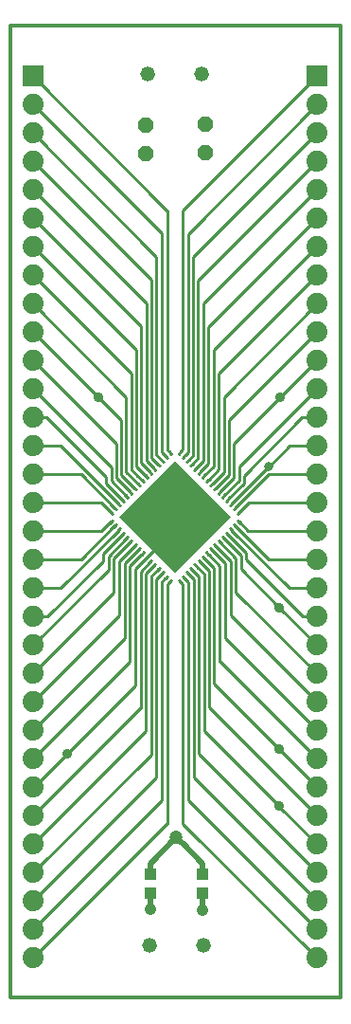
<source format=gtl>
G75*
G70*
%OFA0B0*%
%FSLAX24Y24*%
%IPPOS*%
%LPD*%
%AMOC8*
5,1,8,0,0,1.08239X$1,22.5*
%
%ADD10C,0.0120*%
%ADD11C,0.0520*%
%ADD12R,0.0394X0.0433*%
%ADD13OC8,0.0520*%
%ADD14C,0.0098*%
%ADD15R,0.2795X0.2795*%
%ADD16R,0.0740X0.0740*%
%ADD17C,0.0740*%
%ADD18C,0.0197*%
%ADD19C,0.0413*%
%ADD20C,0.0317*%
%ADD21C,0.0100*%
%ADD22C,0.0356*%
%ADD23C,0.0472*%
D10*
X000503Y000170D02*
X012157Y000170D01*
X012157Y034344D01*
X000503Y034344D01*
X000503Y000170D01*
X009619Y018850D02*
X009639Y018869D01*
X009991Y006903D02*
X009989Y006901D01*
D11*
X007303Y002015D03*
X005403Y002015D03*
X005358Y032642D03*
X007258Y032642D03*
D12*
X007288Y004535D03*
X007288Y003866D03*
X005442Y003850D03*
X005442Y004519D03*
D13*
X005280Y029869D03*
X005280Y030869D03*
X007392Y030870D03*
X007392Y029870D03*
D14*
X006596Y027857D02*
X011314Y032576D01*
X011314Y031576D02*
X006773Y027035D01*
X006773Y019344D01*
X006666Y019237D01*
X006664Y019237D01*
X006620Y019193D01*
X006620Y019192D01*
X006579Y019151D02*
X006661Y019233D01*
X006525Y019371D02*
X006596Y019442D01*
X006596Y027857D01*
X006034Y027867D02*
X006023Y027867D01*
X001314Y032576D01*
X001314Y031576D02*
X005846Y027044D01*
X005846Y019355D01*
X005968Y019233D01*
X005967Y019233D02*
X006049Y019151D01*
X006146Y019331D02*
X006034Y019442D01*
X006034Y027867D01*
X005660Y026233D02*
X005657Y026233D01*
X001314Y030576D01*
X001314Y029576D02*
X005483Y025407D01*
X005483Y019159D01*
X005729Y018913D01*
X005688Y018954D02*
X005770Y018872D01*
X005729Y018913D02*
X005729Y018913D01*
X005590Y018776D02*
X005550Y018816D01*
X005546Y018816D01*
X005306Y019056D01*
X005306Y024584D01*
X001314Y028576D01*
X001314Y027576D02*
X005117Y023773D01*
X005117Y018970D01*
X005451Y018636D01*
X005451Y018635D01*
X005410Y018676D02*
X005492Y018594D01*
X005631Y018733D02*
X005549Y018815D01*
X005590Y018776D02*
X005590Y018774D01*
X005869Y019053D02*
X005660Y019261D01*
X005660Y026233D01*
X004944Y022946D02*
X001314Y026576D01*
X001314Y025576D02*
X004767Y022123D01*
X004771Y022123D01*
X004771Y018753D01*
X004991Y018533D01*
X004995Y018533D01*
X005171Y018356D01*
X005173Y018356D01*
X005132Y018397D02*
X005214Y018315D01*
X005312Y018496D02*
X004944Y018863D01*
X004944Y022946D01*
X004597Y021292D02*
X001314Y024576D01*
X001314Y023576D02*
X003613Y021277D01*
X004416Y020474D01*
X004416Y018556D01*
X004853Y018119D01*
X004894Y018078D01*
X004853Y018119D02*
X004935Y018037D01*
X004796Y017898D02*
X004714Y017980D01*
X004754Y017939D02*
X004243Y018450D01*
X004243Y019647D01*
X001314Y022576D01*
X001314Y021576D02*
X004066Y018824D01*
X004066Y018348D01*
X004614Y017800D01*
X004616Y017800D01*
X004575Y017841D02*
X004657Y017759D01*
X004755Y017939D02*
X004754Y017939D01*
X004477Y017661D02*
X003885Y018253D01*
X003885Y018485D01*
X001798Y020572D01*
X001318Y020572D01*
X001314Y020576D01*
X001314Y019576D02*
X002283Y019576D01*
X004337Y017521D01*
X004337Y017521D01*
X004296Y017562D02*
X004378Y017480D01*
X004518Y017620D02*
X004436Y017702D01*
X004477Y017661D02*
X004477Y017661D01*
X004157Y017423D02*
X004239Y017341D01*
X004198Y017382D02*
X003038Y018540D01*
X003003Y018576D01*
X001314Y018576D01*
X001314Y017576D02*
X003727Y017576D01*
X004059Y017243D01*
X004018Y017284D02*
X004100Y017202D01*
X004100Y016950D02*
X004018Y016868D01*
X004059Y016909D02*
X003723Y016576D01*
X001314Y016576D01*
X001314Y015576D02*
X002897Y015580D01*
X003011Y015580D01*
X004198Y016770D01*
X004157Y016729D02*
X004239Y016811D01*
X004378Y016671D02*
X004296Y016589D01*
X004337Y016630D02*
X002279Y014576D01*
X001314Y014576D01*
X001314Y013576D02*
X001822Y013576D01*
X003781Y015535D01*
X003781Y015790D01*
X004436Y016446D01*
X004436Y016450D01*
X004477Y016491D01*
X004436Y016450D02*
X004518Y016532D01*
X004477Y016491D02*
X004477Y016491D01*
X004614Y016352D02*
X004574Y016312D01*
X004574Y016308D01*
X003968Y015702D01*
X003968Y015229D01*
X001314Y012576D01*
X001314Y011576D02*
X004155Y014416D01*
X004155Y015613D01*
X004754Y016213D01*
X004755Y016213D01*
X004714Y016172D02*
X004796Y016254D01*
X004657Y016393D02*
X004575Y016311D01*
X004614Y016352D02*
X004616Y016352D01*
X004853Y016033D02*
X004935Y016115D01*
X004894Y016074D02*
X004894Y016073D01*
X004853Y016033D01*
X004849Y016033D01*
X004351Y015535D01*
X004351Y013613D01*
X001314Y010576D01*
X001314Y009576D02*
X004546Y012808D01*
X004548Y012808D01*
X004548Y015446D01*
X004991Y015889D01*
X004991Y015891D01*
X005033Y015933D01*
X005033Y015934D01*
X004992Y015893D02*
X005074Y015975D01*
X005214Y015836D02*
X005132Y015754D01*
X005131Y015753D02*
X005133Y015753D01*
X005173Y015793D01*
X005173Y015795D01*
X005131Y015753D02*
X004725Y015348D01*
X004725Y011981D01*
X004720Y011981D01*
X001314Y008576D01*
X001320Y007582D02*
X001314Y007576D01*
X001310Y007572D01*
X001320Y007582D02*
X001340Y007582D01*
X002511Y008753D01*
X004912Y011155D01*
X004912Y015259D01*
X005099Y015161D02*
X005099Y010357D01*
X005096Y010357D01*
X001314Y006576D01*
X001314Y005576D02*
X005286Y009548D01*
X005286Y015072D01*
X005590Y015376D01*
X005590Y015378D01*
X005549Y015337D02*
X005631Y015419D01*
X005451Y015516D02*
X005409Y015474D01*
X005409Y015470D01*
X005099Y015161D01*
X005312Y015656D02*
X005312Y015656D01*
X005271Y015615D02*
X005353Y015697D01*
X005340Y015684D02*
X005576Y015921D01*
X005492Y015558D02*
X005410Y015476D01*
X005451Y015516D02*
X005451Y015517D01*
X005729Y015239D02*
X005473Y014983D01*
X005473Y008733D01*
X005471Y008733D01*
X001314Y004576D01*
X001314Y003576D02*
X005660Y007922D01*
X005660Y014885D01*
X005826Y015050D01*
X005826Y015056D01*
X005869Y015099D01*
X005869Y015099D01*
X005828Y015058D02*
X005910Y015140D01*
X006049Y015001D02*
X005967Y014919D01*
X005964Y014914D02*
X005964Y014913D01*
X005847Y014796D01*
X005847Y007109D01*
X001314Y002576D01*
X001314Y001576D02*
X006031Y006292D01*
X006034Y006292D01*
X006034Y014708D01*
X006105Y014779D01*
X006105Y014781D01*
X006146Y014821D01*
X006147Y014821D01*
X006106Y014780D02*
X006188Y014862D01*
X006008Y014959D02*
X005964Y014914D01*
X006008Y014959D02*
X006008Y014960D01*
X005688Y015198D02*
X005770Y015280D01*
X005729Y015239D02*
X005729Y015239D01*
X006440Y014862D02*
X006522Y014780D01*
X006523Y014781D02*
X006482Y014821D01*
X006481Y014821D01*
X006620Y014959D02*
X006664Y014914D01*
X006620Y014959D02*
X006620Y014960D01*
X006579Y015001D02*
X006661Y014919D01*
X006802Y015056D02*
X006759Y015099D01*
X006759Y015099D01*
X006718Y015140D02*
X006800Y015058D01*
X006940Y015198D02*
X006899Y015239D01*
X006858Y015280D02*
X006940Y015198D01*
X006899Y015239D02*
X006899Y015239D01*
X007038Y015376D02*
X007082Y015332D01*
X007038Y015376D02*
X007038Y015378D01*
X006997Y015419D02*
X007079Y015337D01*
X007220Y015474D02*
X007177Y015516D01*
X007177Y015517D01*
X007136Y015558D02*
X007218Y015476D01*
X007357Y015615D02*
X007316Y015656D01*
X007275Y015697D02*
X007357Y015615D01*
X007316Y015656D02*
X007316Y015656D01*
X007414Y015836D02*
X007496Y015754D01*
X007499Y015753D02*
X007457Y015795D01*
X007455Y015795D01*
X007554Y015975D02*
X007636Y015893D01*
X007637Y015895D02*
X007597Y015934D01*
X007595Y015934D01*
X007734Y016073D02*
X007775Y016033D01*
X007734Y016073D02*
X007734Y016074D01*
X007693Y016115D02*
X007775Y016033D01*
X007916Y016170D02*
X007874Y016213D01*
X007873Y016213D01*
X007832Y016254D02*
X007914Y016172D01*
X008054Y016308D02*
X008012Y016350D01*
X008012Y016352D01*
X007971Y016393D02*
X008053Y016311D01*
X008192Y016450D02*
X008151Y016490D01*
X008151Y016491D01*
X008110Y016532D02*
X008192Y016450D01*
X008332Y016589D02*
X008250Y016671D01*
X008291Y016630D02*
X008291Y016630D01*
X010346Y014576D01*
X011314Y014576D01*
X011314Y015576D02*
X009625Y015576D01*
X008431Y016770D01*
X008430Y016770D01*
X008389Y016811D02*
X008471Y016729D01*
X008569Y016909D02*
X008569Y016908D01*
X008897Y016580D01*
X008897Y016576D01*
X011314Y016576D01*
X011314Y017576D02*
X008901Y017576D01*
X008569Y017244D01*
X008569Y017243D01*
X008528Y017202D02*
X008610Y017284D01*
X008431Y017382D02*
X009625Y018576D01*
X011314Y018576D01*
X011314Y019576D02*
X010346Y019576D01*
X009639Y018869D01*
X009619Y018850D02*
X008291Y017521D01*
X008291Y017521D01*
X008250Y017480D02*
X008332Y017562D01*
X008196Y017706D02*
X008151Y017661D01*
X008151Y017661D01*
X008110Y017620D02*
X008192Y017702D01*
X008054Y017844D02*
X008012Y017802D01*
X008012Y017800D01*
X007971Y017759D02*
X008053Y017841D01*
X007916Y017981D02*
X007874Y017939D01*
X007873Y017939D01*
X007832Y017898D02*
X007914Y017980D01*
X007775Y018119D02*
X007734Y018078D01*
X007693Y018037D02*
X007775Y018119D01*
X007734Y018078D02*
X007734Y018078D01*
X007554Y018176D02*
X007636Y018258D01*
X007637Y018261D02*
X007595Y018219D01*
X007595Y018217D01*
X007457Y018356D02*
X007499Y018399D01*
X007457Y018356D02*
X007455Y018356D01*
X007414Y018315D02*
X007496Y018397D01*
X007361Y018540D02*
X007316Y018496D01*
X007275Y018455D02*
X007357Y018537D01*
X007316Y018496D02*
X007316Y018496D01*
X007136Y018594D02*
X007218Y018676D01*
X007220Y018678D02*
X007177Y018636D01*
X007177Y018635D01*
X007038Y018776D02*
X007078Y018816D01*
X007038Y018776D02*
X007038Y018774D01*
X006997Y018733D02*
X007079Y018815D01*
X006940Y018954D02*
X006940Y018958D01*
X006944Y018962D01*
X006944Y018964D01*
X007127Y019147D01*
X007127Y025389D01*
X011314Y029576D01*
X011314Y030576D02*
X006952Y026214D01*
X006950Y026214D01*
X006950Y019245D01*
X006802Y019098D01*
X006802Y019096D01*
X006759Y019053D01*
X006759Y019052D01*
X006718Y019011D02*
X006800Y019093D01*
X006940Y018954D02*
X006899Y018913D01*
X006858Y018872D02*
X006940Y018954D01*
X006899Y018913D02*
X006899Y018913D01*
X006482Y019331D02*
X006523Y019371D01*
X006525Y019371D01*
X006482Y019331D02*
X006481Y019331D01*
X006440Y019290D02*
X006522Y019372D01*
X006188Y019290D02*
X006106Y019372D01*
X006147Y019331D02*
X006146Y019331D01*
X005869Y019053D02*
X005869Y019052D01*
X005828Y019093D02*
X005910Y019011D01*
X005353Y018455D02*
X005271Y018537D01*
X005312Y018496D02*
X005312Y018496D01*
X005033Y018219D02*
X004597Y018655D01*
X004597Y021292D01*
X005033Y018219D02*
X005033Y018217D01*
X004992Y018258D02*
X005074Y018176D01*
X008389Y017341D02*
X008471Y017423D01*
X008430Y017382D02*
X008431Y017382D01*
X008528Y016950D02*
X008610Y016868D01*
X010011Y021273D02*
X011314Y022576D01*
X011314Y020576D02*
X010798Y020576D01*
X010826Y013576D02*
X011314Y013576D01*
X009989Y006901D02*
X011314Y005576D01*
D15*
G36*
X006314Y015101D02*
X004339Y017076D01*
X006314Y019051D01*
X008289Y017076D01*
X006314Y015101D01*
G37*
D16*
X001314Y032576D03*
X011314Y032576D03*
D17*
X011314Y031576D03*
X011314Y030576D03*
X011314Y029576D03*
X011314Y028576D03*
X011314Y027576D03*
X011314Y026576D03*
X011314Y025576D03*
X011314Y024576D03*
X011314Y023576D03*
X011314Y022576D03*
X011314Y021576D03*
X011314Y020576D03*
X011314Y019576D03*
X011314Y018576D03*
X011314Y017576D03*
X011314Y016576D03*
X011314Y015576D03*
X011314Y014576D03*
X011314Y013576D03*
X011314Y012576D03*
X011314Y011576D03*
X011314Y010576D03*
X011314Y009576D03*
X011314Y008576D03*
X011314Y007576D03*
X011314Y006576D03*
X011314Y005576D03*
X011314Y004576D03*
X011314Y003576D03*
X011314Y002576D03*
X011314Y001576D03*
X001314Y001576D03*
X001314Y002576D03*
X001314Y003576D03*
X001314Y004576D03*
X001314Y005576D03*
X001314Y006576D03*
X001314Y007576D03*
X001314Y008576D03*
X001314Y009576D03*
X001314Y010576D03*
X001314Y011576D03*
X001314Y012576D03*
X001314Y013576D03*
X001314Y014576D03*
X001314Y015576D03*
X001314Y016576D03*
X001314Y017576D03*
X001314Y018576D03*
X001314Y019576D03*
X001314Y020576D03*
X001314Y021576D03*
X001314Y022576D03*
X001314Y023576D03*
X001314Y024576D03*
X001314Y025576D03*
X001314Y026576D03*
X001314Y027576D03*
X001314Y028576D03*
X001314Y029576D03*
X001314Y030576D03*
X001314Y031576D03*
D18*
X006359Y005810D02*
X006554Y005611D01*
X006566Y005603D01*
X007288Y004881D01*
X007288Y004535D01*
X007288Y003866D02*
X007288Y003227D01*
X007275Y003241D01*
X007288Y003227D02*
X007288Y003216D01*
X007275Y003202D01*
X005442Y004893D02*
X006359Y005810D01*
X005442Y004893D02*
X005442Y004519D01*
X005442Y003850D02*
X005442Y003223D01*
X005464Y003281D01*
D19*
X005464Y003281D03*
X007275Y003241D03*
D20*
X009619Y018850D03*
D21*
X008751Y018529D02*
X008751Y018261D01*
X008196Y017706D01*
X008058Y017844D02*
X008574Y018359D01*
X008574Y018836D01*
X011314Y021576D01*
X010798Y020576D02*
X008751Y018529D01*
X008387Y018448D02*
X008387Y019649D01*
X010011Y021273D01*
X008214Y020476D02*
X011314Y023576D01*
X011314Y024576D02*
X008033Y021294D01*
X008033Y018655D01*
X007639Y018261D01*
X007637Y018261D01*
X007501Y018399D02*
X007855Y018753D01*
X007855Y022119D01*
X007857Y022119D01*
X011314Y025576D01*
X011314Y026576D02*
X007678Y022940D01*
X007678Y018861D01*
X007361Y018544D01*
X007361Y018540D01*
X007499Y018399D02*
X007501Y018399D01*
X007220Y018678D02*
X007491Y018950D01*
X007491Y023753D01*
X011314Y027576D01*
X011314Y028576D02*
X007308Y024570D01*
X007304Y024570D01*
X007304Y019039D01*
X007082Y018816D01*
X007078Y018816D01*
X007775Y018121D02*
X008210Y018556D01*
X008210Y020476D01*
X008214Y020476D01*
X008387Y018448D02*
X007920Y017981D01*
X007916Y017981D01*
X008054Y017844D02*
X008058Y017844D01*
X007775Y018119D02*
X007775Y018121D01*
X008192Y016450D02*
X008192Y016448D01*
X008830Y015810D01*
X008830Y015572D01*
X010826Y013576D01*
X009991Y013891D02*
X011306Y012576D01*
X011314Y012576D01*
X011314Y011576D02*
X008458Y014432D01*
X008456Y014432D01*
X008456Y015633D01*
X007918Y016170D01*
X007916Y016170D01*
X008014Y016350D02*
X008012Y016350D01*
X008014Y016350D02*
X008643Y015722D01*
X008643Y015239D01*
X009991Y013891D01*
X008269Y013621D02*
X011314Y010576D01*
X011314Y009576D02*
X008082Y012808D01*
X008082Y015446D01*
X007637Y015891D01*
X007637Y015895D01*
X007775Y016029D02*
X008269Y015535D01*
X008269Y013621D01*
X007899Y011991D02*
X011314Y008576D01*
X011314Y007588D02*
X009991Y008911D01*
X007698Y011204D01*
X007698Y015279D01*
X007320Y015656D01*
X007316Y015656D01*
X007220Y015474D02*
X007220Y015472D01*
X007511Y015180D01*
X007511Y010377D01*
X007513Y010377D01*
X011314Y006576D01*
X011314Y007576D02*
X011314Y007588D01*
X011314Y004576D02*
X007147Y008743D01*
X007147Y014993D01*
X006942Y015198D01*
X006940Y015198D01*
X007082Y015332D02*
X007084Y015332D01*
X007334Y015082D01*
X007334Y009560D01*
X009991Y006903D01*
X006973Y007916D02*
X011314Y003576D01*
X011314Y002576D02*
X006783Y007107D01*
X006783Y014796D01*
X006664Y014914D01*
X006523Y014781D02*
X006596Y014708D01*
X006596Y006292D01*
X006597Y006292D01*
X011314Y001576D01*
X007899Y011991D02*
X007895Y011991D01*
X007895Y015357D01*
X007499Y015753D01*
X007775Y016029D02*
X007775Y016033D01*
X006802Y015052D02*
X006970Y014885D01*
X006970Y007916D01*
X006973Y007916D01*
X006802Y015052D02*
X006802Y015056D01*
X005312Y015656D02*
X004915Y015259D01*
X004912Y015259D01*
D22*
X003613Y021277D03*
X002511Y008753D03*
X009991Y008911D03*
X009991Y006903D03*
X009991Y013891D03*
X010011Y021273D03*
D23*
X006359Y005810D03*
M02*

</source>
